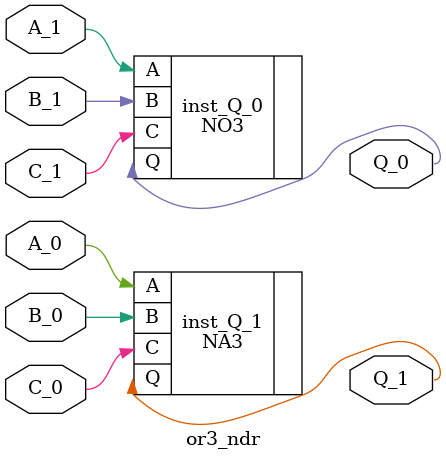
<source format=v>



// Tri-State Buffer with active low enable (12348x)

//module BT1_ndr (A_1, A_0, EN_1, EN_0, Q_1, Q_0);
//  input A_1, A_0;
//  input EN_1, EN_0;
//  output Q_1, Q_0;
//  bufif0 (Q, A, EN);
//endmodule


// 2-Input XNOR (1234x)

module EN1_pdr (A_1, A_0, B_1, B_0, Q_1, Q_0);
  input A_1, A_0;
  input B_1, B_0;
  output Q_1, Q_0;

  OA22 inst_Q_1 (.A(A_1), .B(B_0), .C(A_0), .D(B_1), .Q(Q_1));
  AO22 inst_Q_0 (.A(A_0), .B(B_1), .C(A_1), .D(B_0), .Q(Q_0));
endmodule


module EN1_ndr (A_1, A_0, B_1, B_0, Q_1, Q_0);
  input A_1, A_0;
  input B_1, B_0;
  output Q_1, Q_0;

  AN22 inst_Q_1 (.A(A_0), .B(B_1), .C(A_1), .D(B_0), .Q(Q_1));
  ON22 inst_Q_0 (.A(A_1), .B(B_0), .C(A_0), .D(B_1), .Q(Q_0));
endmodule


module EN12_pdr (A_1, A_0, B_1, B_0, Q_1, Q_0);
  input A_1, A_0;
  input B_1, B_0;
  output Q_1, Q_0;
  wire w_1, w_0;

  EN1_ndr inst_w (.A_1(A_1), .A_0(A_0), .B_1(B_1), .B_0(B_0), .Q_1(w_1), .Q_0(w_0));
  spinv2_ndr inst_Q (.i_1(w_1), .i_0(w_0), .z_1(Q_1), .z_0(Q_0));
endmodule


module EN12_ndr (A_1, A_0, B_1, B_0, Q_1, Q_0);
  input A_1, A_0;
  input B_1, B_0;
  output Q_1, Q_0;
  wire w_1, w_0;

  EN1_pdr inst_w (.A_1(A_1), .A_0(A_0), .B_1(B_1), .B_0(B_0), .Q_1(w_1), .Q_0(w_0));
  spinv2_ndr inst_Q (.i_1(w_1), .i_0(w_0), .z_1(Q_1), .z_0(Q_0));
endmodule


module EN13_pdr (A_1, A_0, B_1, B_0, Q_1, Q_0);
  input A_1, A_0;
  input B_1, B_0;
  output Q_1, Q_0;
  wire w_1, w_0;

  EN1_ndr inst_w (.A_1(A_1), .A_0(A_0), .B_1(B_1), .B_0(B_0), .Q_1(w_1), .Q_0(w_0));
  spinv3_ndr inst_Q (.i_1(w_1), .i_0(w_0), .z_1(Q_1), .z_0(Q_0));
endmodule


module EN13_ndr (A_1, A_0, B_1, B_0, Q_1, Q_0);
  input A_1, A_0;
  input B_1, B_0;
  output Q_1, Q_0;
  wire w_1, w_0;

  EN1_pdr inst_w (.A_1(A_1), .A_0(A_0), .B_1(B_1), .B_0(B_0), .Q_1(w_1), .Q_0(w_0));
  spinv3_ndr inst_Q (.i_1(w_1), .i_0(w_0), .z_1(Q_1), .z_0(Q_0));
endmodule


module EN14_pdr (A_1, A_0, B_1, B_0, Q_1, Q_0);
  input A_1, A_0;
  input B_1, B_0;
  output Q_1, Q_0;
  wire w_1, w_0;

  EN1_ndr inst_w (.A_1(A_1), .A_0(A_0), .B_1(B_1), .B_0(B_0), .Q_1(w_1), .Q_0(w_0));
  spinv4_ndr inst_Q (.i_1(w_1), .i_0(w_0), .z_1(Q_1), .z_0(Q_0));
endmodule


module EN14_ndr (A_1, A_0, B_1, B_0, Q_1, Q_0);
  input A_1, A_0;
  input B_1, B_0;
  output Q_1, Q_0;
  wire w_1, w_0;

  EN1_pdr inst_w (.A_1(A_1), .A_0(A_0), .B_1(B_1), .B_0(B_0), .Q_1(w_1), .Q_0(w_0));
  spinv4_ndr inst_Q (.i_1(w_1), .i_0(w_0), .z_1(Q_1), .z_0(Q_0));
endmodule


// 3-Input XNOR (1234x)

module EN3_pdr (A_1, A_0, B_1, B_0, C_1, C_0, Q_1, Q_0);
  input A_1, A_0;
  input B_1, B_0;
  input C_1, C_0;
  output Q_1, Q_0;
  wire w_1, w_0;
  wire spinv_C_1, spinv_C_0;

  EO1_ndr inst_w (.A_1(A_1), .A_0(A_0), .B_1(B_1), .B_0(B_0), .Q_1(w_1), .Q_0(w_0));
  spinv1_ndr inst_spinv_C (.i_1(C_1), .i_0(C_0), .z_1(spinv_C_1), .z_0(spinv_C_0));
  EN1_ndr inst_Q (.A_1(w_1), .A_0(w_0), .B_1(spinv_C_1), .B_0(spinv_C_0), .Q_1(Q_1), .Q_0(Q_0));
endmodule


module EN3_ndr (A_1, A_0, B_1, B_0, C_1, C_0, Q_1, Q_0);
  input A_1, A_0;
  input B_1, B_0;
  input C_1, C_0;
  output Q_1, Q_0;
  wire w_1, w_0;

  EO1_pdr inst_w (.A_1(A_1), .A_0(A_0), .B_1(B_1), .B_0(B_0), .Q_1(w_1), .Q_0(w_0));
  EN1_ndr inst_Q (.A_1(w_1), .A_0(w_0), .B_1(C_1), .B_0(C_0), .Q_1(Q_1), .Q_0(Q_0));
endmodule


module EN32_pdr (A_1, A_0, B_1, B_0, C_1, C_0, Q_1, Q_0);
  input A_1, A_0;
  input B_1, B_0;
  input C_1, C_0;
  output Q_1, Q_0;
  wire w_1, w_0;
  wire spinv_C_1, spinv_C_0;

  EO1_ndr inst_w (.A_1(A_1), .A_0(A_0), .B_1(B_1), .B_0(B_0), .Q_1(w_1), .Q_0(w_0));
  spinv1_ndr inst_spinv_C (.i_1(C_1), .i_0(C_0), .z_1(spinv_C_1), .z_0(spinv_C_0));
  EN12_ndr inst_Q (.A_1(w_1), .A_0(w_0), .B_1(spinv_C_1), .B_0(spinv_C_0), .Q_1(Q_1), .Q_0(Q_0));
endmodule


module EN32_ndr (A_1, A_0, B_1, B_0, C_1, C_0, Q_1, Q_0);
  input A_1, A_0;
  input B_1, B_0;
  input C_1, C_0;
  output Q_1, Q_0;
  wire w_1, w_0;

  EO1_pdr inst_w (.A_1(A_1), .A_0(A_0), .B_1(B_1), .B_0(B_0), .Q_1(w_1), .Q_0(w_0));
  EN12_ndr inst_Q (.A_1(w_1), .A_0(w_0), .B_1(C_1), .B_0(C_0), .Q_1(Q_1), .Q_0(Q_0));
endmodule


module EN33_pdr (A_1, A_0, B_1, B_0, C_1, C_0, Q_1, Q_0);
  input A_1, A_0;
  input B_1, B_0;
  input C_1, C_0;
  output Q_1, Q_0;
  wire w_1, w_0;
  wire spinv_C_1, spinv_C_0;

  EO1_ndr inst_w (.A_1(A_1), .A_0(A_0), .B_1(B_1), .B_0(B_0), .Q_1(w_1), .Q_0(w_0));
  spinv1_ndr inst_spinv_C (.i_1(C_1), .i_0(C_0), .z_1(spinv_C_1), .z_0(spinv_C_0));
  EN13_ndr inst_Q (.A_1(w_1), .A_0(w_0), .B_1(spinv_C_1), .B_0(spinv_C_0), .Q_1(Q_1), .Q_0(Q_0));
endmodule


module EN33_ndr (A_1, A_0, B_1, B_0, C_1, C_0, Q_1, Q_0);
  input A_1, A_0;
  input B_1, B_0;
  input C_1, C_0;
  output Q_1, Q_0;
  wire w_1, w_0;

  EO1_pdr inst_w (.A_1(A_1), .A_0(A_0), .B_1(B_1), .B_0(B_0), .Q_1(w_1), .Q_0(w_0));
  EN13_ndr inst_Q (.A_1(w_1), .A_0(w_0), .B_1(C_1), .B_0(C_0), .Q_1(Q_1), .Q_0(Q_0));
endmodule


module EN34_pdr (A_1, A_0, B_1, B_0, C_1, C_0, Q_1, Q_0);
  input A_1, A_0;
  input B_1, B_0;
  input C_1, C_0;
  output Q_1, Q_0;
  wire w_1, w_0;
  wire spinv_C_1, spinv_C_0;

  EO1_ndr inst_w (.A_1(A_1), .A_0(A_0), .B_1(B_1), .B_0(B_0), .Q_1(w_1), .Q_0(w_0));
  spinv1_ndr inst_spinv_C (.i_1(C_1), .i_0(C_0), .z_1(spinv_C_1), .z_0(spinv_C_0));
  EN14_ndr inst_Q (.A_1(w_1), .A_0(w_0), .B_1(spinv_C_1), .B_0(spinv_C_0), .Q_1(Q_1), .Q_0(Q_0));
endmodule


module EN34_ndr (A_1, A_0, B_1, B_0, C_1, C_0, Q_1, Q_0);
  input A_1, A_0;
  input B_1, B_0;
  input C_1, C_0;
  output Q_1, Q_0;
  wire w_1, w_0;

  EO1_pdr inst_w (.A_1(A_1), .A_0(A_0), .B_1(B_1), .B_0(B_0), .Q_1(w_1), .Q_0(w_0));
  EN14_ndr inst_Q (.A_1(w_1), .A_0(w_0), .B_1(C_1), .B_0(C_0), .Q_1(Q_1), .Q_0(Q_0));
endmodule


// 2-Input XOR (1234x)

module EO1_pdr (A_1, A_0, B_1, B_0, Q_1, Q_0);
  input A_1, A_0;
  input B_1, B_0;
  output Q_1, Q_0;

  AO22 inst_Q_1 (.A(A_0), .B(B_1), .C(A_1), .D(B_0), .Q(Q_1));
  OA22 inst_Q_0 (.A(A_1), .B(B_0), .C(A_0), .D(B_1), .Q(Q_0));
endmodule


module EO1_ndr (A_1, A_0, B_1, B_0, Q_1, Q_0);
  input A_1, A_0;
  input B_1, B_0;
  output Q_1, Q_0;

  ON22 inst_Q_1 (.A(A_1), .B(B_0), .C(A_0), .D(B_1), .Q(Q_1));
  AN22 inst_Q_0 (.A(A_0), .B(B_1), .C(A_1), .D(B_0), .Q(Q_0));
endmodule


module EO12_pdr (A_1, A_0, B_1, B_0, Q_1, Q_0);
  input A_1, A_0;
  input B_1, B_0;
  output Q_1, Q_0;
  wire w_1, w_0;

  EO1_ndr inst_w (.A_1(A_1), .A_0(A_0), .B_1(B_1), .B_0(B_0), .Q_1(w_1), .Q_0(w_0));
  spinv2_ndr inst_Q (.i_1(w_1), .i_0(w_0), .z_1(Q_1), .z_0(Q_0));
endmodule


module EO12_ndr (A_1, A_0, B_1, B_0, Q_1, Q_0);
  input A_1, A_0;
  input B_1, B_0;
  output Q_1, Q_0;
  wire w_1, w_0;

  EO1_pdr inst_w (.A_1(A_1), .A_0(A_0), .B_1(B_1), .B_0(B_0), .Q_1(w_1), .Q_0(w_0));
  spinv2_ndr inst_Q (.i_1(w_1), .i_0(w_0), .z_1(Q_1), .z_0(Q_0));
endmodule


module EO13_pdr (A_1, A_0, B_1, B_0, Q_1, Q_0);
  input A_1, A_0;
  input B_1, B_0;
  output Q_1, Q_0;
  wire w_1, w_0;

  EO1_ndr inst_w (.A_1(A_1), .A_0(A_0), .B_1(B_1), .B_0(B_0), .Q_1(w_1), .Q_0(w_0));
  spinv3_ndr inst_Q (.i_1(w_1), .i_0(w_0), .z_1(Q_1), .z_0(Q_0));
endmodule


module EO13_ndr (A_1, A_0, B_1, B_0, Q_1, Q_0);
  input A_1, A_0;
  input B_1, B_0;
  output Q_1, Q_0;
  wire w_1, w_0;

  EO1_pdr inst_w (.A_1(A_1), .A_0(A_0), .B_1(B_1), .B_0(B_0), .Q_1(w_1), .Q_0(w_0));
  spinv3_ndr inst_Q (.i_1(w_1), .i_0(w_0), .z_1(Q_1), .z_0(Q_0));
endmodule


module EO14_pdr (A_1, A_0, B_1, B_0, Q_1, Q_0);
  input A_1, A_0;
  input B_1, B_0;
  output Q_1, Q_0;
  wire w_1, w_0;

  EO1_ndr inst_w (.A_1(A_1), .A_0(A_0), .B_1(B_1), .B_0(B_0), .Q_1(w_1), .Q_0(w_0));
  spinv4_ndr inst_Q (.i_1(w_1), .i_0(w_0), .z_1(Q_1), .z_0(Q_0));
endmodule


module EO14_ndr (A_1, A_0, B_1, B_0, Q_1, Q_0);
  input A_1, A_0;
  input B_1, B_0;
  output Q_1, Q_0;
  wire w_1, w_0;

  EO1_pdr inst_w (.A_1(A_1), .A_0(A_0), .B_1(B_1), .B_0(B_0), .Q_1(w_1), .Q_0(w_0));
  spinv4_ndr inst_Q (.i_1(w_1), .i_0(w_0), .z_1(Q_1), .z_0(Q_0));
endmodule


// 3-Input XOR (1234x)

module EO3_pdr (A_1, A_0, B_1, B_0, C_1, C_0, Q_1, Q_0);
  input A_1, A_0;
  input B_1, B_0;
  input C_1, C_0;
  output Q_1, Q_0;
  wire w_1, w_0;
  wire spinv_C_1, spinv_C_0;

  EO1_ndr inst_w (.A_1(A_1), .A_0(A_0), .B_1(B_1), .B_0(B_0), .Q_1(w_1), .Q_0(w_0));
  spinv1_ndr inst_spinv_C (.i_1(C_1), .i_0(C_0), .z_1(spinv_C_1), .z_0(spinv_C_0));
  EO1_ndr inst_Q (.A_1(w_1), .A_0(w_0), .B_1(spinv_C_1), .B_0(spinv_C_0), .Q_1(Q_1), .Q_0(Q_0));
endmodule


module EO3_ndr (A_1, A_0, B_1, B_0, C_1, C_0, Q_1, Q_0);
  input A_1, A_0;
  input B_1, B_0;
  input C_1, C_0;
  output Q_1, Q_0;
  wire w_1, w_0;

  EO1_pdr inst_w (.A_1(A_1), .A_0(A_0), .B_1(B_1), .B_0(B_0), .Q_1(w_1), .Q_0(w_0));
  EO1_ndr inst_Q (.A_1(w_1), .A_0(w_0), .B_1(C_1), .B_0(C_0), .Q_1(Q_1), .Q_0(Q_0));
endmodule


module EO32_pdr (A_1, A_0, B_1, B_0, C_1, C_0, Q_1, Q_0);
  input A_1, A_0;
  input B_1, B_0;
  input C_1, C_0;
  output Q_1, Q_0;
  wire w_1, w_0;
  wire spinv_C_1, spinv_C_0;

  EO1_ndr inst_w (.A_1(A_1), .A_0(A_0), .B_1(B_1), .B_0(B_0), .Q_1(w_1), .Q_0(w_0));
  spinv1_ndr inst_spinv_C (.i_1(C_1), .i_0(C_0), .z_1(spinv_C_1), .z_0(spinv_C_0));
  EO12_ndr inst_Q (.A_1(w_1), .A_0(w_0), .B_1(spinv_C_1), .B_0(spinv_C_0), .Q_1(Q_1), .Q_0(Q_0));
endmodule


module EO32_ndr (A_1, A_0, B_1, B_0, C_1, C_0, Q_1, Q_0);
  input A_1, A_0;
  input B_1, B_0;
  input C_1, C_0;
  output Q_1, Q_0;
  wire w_1, w_0;

  EO1_pdr inst_w (.A_1(A_1), .A_0(A_0), .B_1(B_1), .B_0(B_0), .Q_1(w_1), .Q_0(w_0));
  EO12_ndr inst_Q (.A_1(w_1), .A_0(w_0), .B_1(C_1), .B_0(C_0), .Q_1(Q_1), .Q_0(Q_0));
endmodule


module EO33_pdr (A_1, A_0, B_1, B_0, C_1, C_0, Q_1, Q_0);
  input A_1, A_0;
  input B_1, B_0;
  input C_1, C_0;
  output Q_1, Q_0;
  wire w_1, w_0;
  wire spinv_C_1, spinv_C_0;

  EO1_ndr inst_w (.A_1(A_1), .A_0(A_0), .B_1(B_1), .B_0(B_0), .Q_1(w_1), .Q_0(w_0));
  spinv1_ndr inst_spinv_C (.i_1(C_1), .i_0(C_0), .z_1(spinv_C_1), .z_0(spinv_C_0));
  EO13_ndr inst_Q (.A_1(w_1), .A_0(w_0), .B_1(spinv_C_1), .B_0(spinv_C_0), .Q_1(Q_1), .Q_0(Q_0));
endmodule


module EO33_ndr (A_1, A_0, B_1, B_0, C_1, C_0, Q_1, Q_0);
  input A_1, A_0;
  input B_1, B_0;
  input C_1, C_0;
  output Q_1, Q_0;
  wire w_1, w_0;

  EO1_pdr inst_w (.A_1(A_1), .A_0(A_0), .B_1(B_1), .B_0(B_0), .Q_1(w_1), .Q_0(w_0));
  EO13_ndr inst_Q (.A_1(w_1), .A_0(w_0), .B_1(C_1), .B_0(C_0), .Q_1(Q_1), .Q_0(Q_0));
endmodule


module EO34_pdr (A_1, A_0, B_1, B_0, C_1, C_0, Q_1, Q_0);
  input A_1, A_0;
  input B_1, B_0;
  input C_1, C_0;
  output Q_1, Q_0;
  wire w_1, w_0;
  wire spinv_C_1, spinv_C_0;

  EO1_ndr inst_w (.A_1(A_1), .A_0(A_0), .B_1(B_1), .B_0(B_0), .Q_1(w_1), .Q_0(w_0));
  spinv1_ndr inst_spinv_C (.i_1(C_1), .i_0(C_0), .z_1(spinv_C_1), .z_0(spinv_C_0));
  EO14_ndr inst_Q (.A_1(w_1), .A_0(w_0), .B_1(spinv_C_1), .B_0(spinv_C_0), .Q_1(Q_1), .Q_0(Q_0));
endmodule


module EO34_ndr (A_1, A_0, B_1, B_0, C_1, C_0, Q_1, Q_0);
  input A_1, A_0;
  input B_1, B_0;
  input C_1, C_0;
  output Q_1, Q_0;
  wire w_1, w_0;

  EO1_pdr inst_w (.A_1(A_1), .A_0(A_0), .B_1(B_1), .B_0(B_0), .Q_1(w_1), .Q_0(w_0));
  EO14_ndr inst_Q (.A_1(w_1), .A_0(w_0), .B_1(C_1), .B_0(C_0), .Q_1(Q_1), .Q_0(Q_0));
endmodule


// Full-Adder (1234x)

module FA1_pdr (A_1, A_0, B_1, B_0, CI_1, CI_0, CO_1, CO_0, S_1, S_0);
  input A_1, A_0;
  input B_1, B_0;
  input CI_1, CI_0;
  output CO_1, CO_0;
  output S_1, S_0;
  wire net_1_1, net_1_0;
  wire net_2_1, net_2_0;
  wire net_3_1, net_3_0;

  and_ndr inst_net_1 (.A_1(B_1), .A_0(B_0), .B_1(CI_1), .B_0(CI_0), .Q_1(net_1_1), .Q_0(net_1_0));
  and_ndr inst_net_2 (.A_1(A_1), .A_0(A_0), .B_1(CI_1), .B_0(CI_0), .Q_1(net_2_1), .Q_0(net_2_0));
  and_ndr inst_net_3 (.A_1(A_1), .A_0(A_0), .B_1(B_1), .B_0(B_0), .Q_1(net_3_1), .Q_0(net_3_0));
  or3_ndr inst_CO (.A_1(net_1_1), .A_0(net_1_0), .B_1(net_2_1), .B_0(net_2_0), .C_1(net_3_1), .C_0(net_3_0), .Q_1(CO_1), .Q_0(CO_0));
  EO3_pdr inst_S  (.A_1(A_1), .A_0(A_0), .B_1(B_1), .B_0(B_0), .C_1(CI_1), .C_0(CI_0), .Q_1(S_1), .Q_0(S_0));
endmodule


module FA12_pdr (A_1, A_0, B_1, B_0, CI_1, CI_0, CO_1, CO_0, S_1, S_0);
  input A_1, A_0;
  input B_1, B_0;
  input CI_1, CI_0;
  output CO_1, CO_0;
  output S_1, S_0;
  wire net_1_1, net_1_0;
  wire net_2_1, net_2_0;
  wire net_3_1, net_3_0;

  and_ndr inst_net_1 (.A_1(B_1), .A_0(B_0), .B_1(CI_1), .B_0(CI_0), .Q_1(net_1_1), .Q_0(net_1_0));
  and_ndr inst_net_2 (.A_1(A_1), .A_0(A_0), .B_1(CI_1), .B_0(CI_0), .Q_1(net_2_1), .Q_0(net_2_0));
  and_ndr inst_net_3 (.A_1(A_1), .A_0(A_0), .B_1(B_1), .B_0(B_0), .Q_1(net_3_1), .Q_0(net_3_0));
  or3_ndr inst_CO (.A_1(net_1_1), .A_0(net_1_0), .B_1(net_2_1), .B_0(net_2_0), .C_1(net_3_1), .C_0(net_3_0), .Q_1(CO_1), .Q_0(CO_0));
  EO32_pdr inst_S  (.A_1(A_1), .A_0(A_0), .B_1(B_1), .B_0(B_0), .C_1(CI_1), .C_0(CI_0), .Q_1(S_1), .Q_0(S_0));
endmodule


module FA13_pdr (A_1, A_0, B_1, B_0, CI_1, CI_0, CO_1, CO_0, S_1, S_0);
  input A_1, A_0;
  input B_1, B_0;
  input CI_1, CI_0;
  output CO_1, CO_0;
  output S_1, S_0;
  wire net_1_1, net_1_0;
  wire net_2_1, net_2_0;
  wire net_3_1, net_3_0;

  and_ndr inst_net_1 (.A_1(B_1), .A_0(B_0), .B_1(CI_1), .B_0(CI_0), .Q_1(net_1_1), .Q_0(net_1_0));
  and_ndr inst_net_2 (.A_1(A_1), .A_0(A_0), .B_1(CI_1), .B_0(CI_0), .Q_1(net_2_1), .Q_0(net_2_0));
  and_ndr inst_net_3 (.A_1(A_1), .A_0(A_0), .B_1(B_1), .B_0(B_0), .Q_1(net_3_1), .Q_0(net_3_0));
  or3_ndr inst_CO (.A_1(net_1_1), .A_0(net_1_0), .B_1(net_2_1), .B_0(net_2_0), .C_1(net_3_1), .C_0(net_3_0), .Q_1(CO_1), .Q_0(CO_0));
  EO33_pdr inst_S  (.A_1(A_1), .A_0(A_0), .B_1(B_1), .B_0(B_0), .C_1(CI_1), .C_0(CI_0), .Q_1(S_1), .Q_0(S_0));
endmodule


module FA14_pdr (A_1, A_0, B_1, B_0, CI_1, CI_0, CO_1, CO_0, S_1, S_0);
  input A_1, A_0;
  input B_1, B_0;
  input CI_1, CI_0;
  output CO_1, CO_0;
  output S_1, S_0;
  wire net_1_1, net_1_0;
  wire net_2_1, net_2_0;
  wire net_3_1, net_3_0;

  and_ndr inst_net_1 (.A_1(B_1), .A_0(B_0), .B_1(CI_1), .B_0(CI_0), .Q_1(net_1_1), .Q_0(net_1_0));
  and_ndr inst_net_2 (.A_1(A_1), .A_0(A_0), .B_1(CI_1), .B_0(CI_0), .Q_1(net_2_1), .Q_0(net_2_0));
  and_ndr inst_net_3 (.A_1(A_1), .A_0(A_0), .B_1(B_1), .B_0(B_0), .Q_1(net_3_1), .Q_0(net_3_0));
  or3_ndr inst_CO (.A_1(net_1_1), .A_0(net_1_0), .B_1(net_2_1), .B_0(net_2_0), .C_1(net_3_1), .C_0(net_3_0), .Q_1(CO_1), .Q_0(CO_0));
  EO34_pdr inst_S  (.A_1(A_1), .A_0(A_0), .B_1(B_1), .B_0(B_0), .C_1(CI_1), .C_0(CI_0), .Q_1(S_1), .Q_0(S_0));
endmodule


// Half-Adder (1234x)

module HA1_pdr (A_1, A_0, B_1, B_0, CO_1, CO_0, S_1, S_0);
  input A_1, A_0;
  input B_1, B_0;
  output CO_1, CO_0;
  output S_1, S_0;

  and_pdr inst_C0 (.A_1(A_1), .A_0(A_0), .B_1(B_1), .B_0(B_0), .Q_1(C0_1), .Q_0(C0_0));
  EO1_pdr inst_S (.A_1(A_1), .A_0(A_0), .B_1(B_1), .B_0(B_0), .Q_1(S_1), .Q_0(S_0));
endmodule


module HA1_ndr (A_1, A_0, B_1, B_0, CO_1, CO_0, S_1, S_0);
  input A_1, A_0;
  input B_1, B_0;
  output CO_1, CO_0;
  output S_1, S_0;

  and_ndr inst_C0 (.A_1(A_1), .A_0(A_0), .B_1(B_1), .B_0(B_0), .Q_1(C0_1), .Q_0(C0_0));
  EO1_ndr inst_S (.A_1(A_1), .A_0(A_0), .B_1(B_1), .B_0(B_0), .Q_1(S_1), .Q_0(S_0));
endmodule


module HA12_pdr (A_1, A_0, B_1, B_0, CO_1, CO_0, S_1, S_0);
  input A_1, A_0;
  input B_1, B_0;
  output CO_1, CO_0;
  output S_1, S_0;

  and_pdr inst_C0 (.A_1(A_1), .A_0(A_0), .B_1(B_1), .B_0(B_0), .Q_1(C0_1), .Q_0(C0_0));
  EO12_pdr inst_S (.A_1(A_1), .A_0(A_0), .B_1(B_1), .B_0(B_0), .Q_1(S_1), .Q_0(S_0));
endmodule


module HA12_ndr (A_1, A_0, B_1, B_0, CO_1, CO_0, S_1, S_0);
  input A_1, A_0;
  input B_1, B_0;
  output CO_1, CO_0;
  output S_1, S_0;

  and_ndr inst_C0 (.A_1(A_1), .A_0(A_0), .B_1(B_1), .B_0(B_0), .Q_1(C0_1), .Q_0(C0_0));  
  EO12_ndr inst_S (.A_1(A_1), .A_0(A_0), .B_1(B_1), .B_0(B_0), .Q_1(S_1), .Q_0(S_0));
endmodule


module HA13_pdr (A_1, A_0, B_1, B_0, CO_1, CO_0, S_1, S_0);
  input A_1, A_0;
  input B_1, B_0;
  output CO_1, CO_0;
  output S_1, S_0;

  and_pdr inst_C0 (.A_1(A_1), .A_0(A_0), .B_1(B_1), .B_0(B_0), .Q_1(C0_1), .Q_0(C0_0));
  EO13_pdr inst_S (.A_1(A_1), .A_0(A_0), .B_1(B_1), .B_0(B_0), .Q_1(S_1), .Q_0(S_0));
endmodule


module HA13_ndr (A_1, A_0, B_1, B_0, CO_1, CO_0, S_1, S_0);
  input A_1, A_0;
  input B_1, B_0;
  output CO_1, CO_0;
  output S_1, S_0;

  and_ndr inst_C0 (.A_1(A_1), .A_0(A_0), .B_1(B_1), .B_0(B_0), .Q_1(C0_1), .Q_0(C0_0));  
  EO13_ndr inst_S (.A_1(A_1), .A_0(A_0), .B_1(B_1), .B_0(B_0), .Q_1(S_1), .Q_0(S_0));
endmodule


module HA14_pdr (A_1, A_0, B_1, B_0, CO_1, CO_0, S_1, S_0);
  input A_1, A_0;
  input B_1, B_0;
  output CO_1, CO_0;
  output S_1, S_0;

  and_pdr inst_C0 (.A_1(A_1), .A_0(A_0), .B_1(B_1), .B_0(B_0), .Q_1(C0_1), .Q_0(C0_0));
  EO14_pdr inst_S (.A_1(A_1), .A_0(A_0), .B_1(B_1), .B_0(B_0), .Q_1(S_1), .Q_0(S_0));
endmodule


module HA14_ndr (A_1, A_0, B_1, B_0, CO_1, CO_0, S_1, S_0);
  input A_1, A_0;
  input B_1, B_0;
  output CO_1, CO_0;
  output S_1, S_0;

  and_ndr inst_C0 (.A_1(A_1), .A_0(A_0), .B_1(B_1), .B_0(B_0), .Q_1(C0_1), .Q_0(C0_0));  
  EO14_ndr inst_S (.A_1(A_1), .A_0(A_0), .B_1(B_1), .B_0(B_0), .Q_1(S_1), .Q_0(S_0));
endmodule


// 2:1 Inverting Multiplexer (124x)

module IMU2_pdr (I0_1, I0_0, I1_1, I1_0, Q_1, Q_0, S_1, S_0);
  input I0_1, I0_0;
  input I1_1, I1_0;
  output Q_1, Q_0;
  input S_1, S_0;

  OA22 inst_Q_1 (.A(I0_0), .B(S_1), .C(I1_0), .D(S_0), .Q(Q_1));
  AO22 inst_Q_0 (.A(I0_1), .B(S_0), .C(I1_1), .D(S_1), .Q(Q_0));
endmodule


module IMU2_ndr (I0_1, I0_0, I1_1, I1_0, Q_1, Q_0, S_1, S_0);
  input I0_1, I0_0;
  input I1_1, I1_0;
  output Q_1, Q_0;
  input S_1, S_0;

  AN22 inst_Q_1 (.A(I0_1), .B(S_0), .C(I1_1), .D(S_1), .Q(Q_1));
  ON22 inst_Q_0 (.A(I0_0), .B(S_1), .C(I1_0), .D(S_0), .Q(Q_0));
endmodule


module IMU22_pdr (I0_1, I0_0, I1_1, I1_0, Q_1, Q_0, S_1, S_0);
  input I0_1, I0_0;
  input I1_1, I1_0;
  output Q_1, Q_0;
  input S_1, S_0;
  wire w_1, w_0;

  IMU2_ndr inst_w (.I0_1(I0_1), .I0_0(I0_0), .I1_1(I1_1), .I1_0(I1_0), .Q_1(w_1), .Q_0(w_0), .S_1(S_1), .S_0(S_0));
  spinv2_ndr inst_Q (.i_1(w_1), .i_0(w_0), .z_1(Q_1), .z_0(Q_0));
endmodule


module IMU22_ndr (I0_1, I0_0, I1_1, I1_0, Q_1, Q_0, S_1, S_0);
  input I0_1, I0_0;
  input I1_1, I1_0;
  output Q_1, Q_0;
  input S_1, S_0;
  wire w_1, w_0;

  IMU2_pdr inst_w (.I0_1(I0_1), .I0_0(I0_0), .I1_1(I1_1), .I1_0(I1_0), .Q_1(w_1), .Q_0(w_0), .S_1(S_1), .S_0(S_0));
  spinv2_ndr inst_Q (.i_1(w_1), .i_0(w_0), .z_1(Q_1), .z_0(Q_0));
endmodule


module IMU24_pdr (I0_1, I0_0, I1_1, I1_0, Q_1, Q_0, S_1, S_0);
  input I0_1, I0_0;
  input I1_1, I1_0;
  output Q_1, Q_0;
  input S_1, S_0;
  wire w_1, w_0;

  IMU2_ndr inst_w (.I0_1(I0_1), .I0_0(I0_0), .I1_1(I1_1), .I1_0(I1_0), .Q_1(w_1), .Q_0(w_0), .S_1(S_1), .S_0(S_0));
  spinv4_ndr inst_Q (.i_1(w_1), .i_0(w_0), .z_1(Q_1), .z_0(Q_0));
endmodule


module IMU24_ndr (I0_1, I0_0, I1_1, I1_0, Q_1, Q_0, S_1, S_0);
  input I0_1, I0_0;
  input I1_1, I1_0;
  output Q_1, Q_0;
  input S_1, S_0;
  wire w_1, w_0;

  IMU2_pdr inst_w (.I0_1(I0_1), .I0_0(I0_0), .I1_1(I1_1), .I1_0(I1_0), .Q_1(w_1), .Q_0(w_0), .S_1(S_1), .S_0(S_0));
  spinv4_ndr inst_Q (.i_1(w_1), .i_0(w_0), .z_1(Q_1), .z_0(Q_0));
endmodule


// 4:1 Inverting Multiplexer (124x)

module IMU4_pdr (I0_1, I0_0, I1_1, I1_0, I2_1, I2_0, I3_1, I3_0, Q_1, Q_0, S0_1, S0_0, S1_1, S1_0);
  input I0_1, I0_0;
  input I1_1, I1_0;
  input I2_1, I2_0;
  input I3_1, I3_0;
  output Q_1, Q_0;
  input S0_1, S0_0;
  input S1_1, S1_0;
  wire II0_1, II0_0;
  wire II1_1, II1_0;
  wire spinv_S1_1, spinv_S1_0;
  
  MU2_ndr inst_II0 (.I0_1(I0_1), .I0_0(I0_0), .I1_1(I1_1), .I1_0(I1_0), .S_1(S0_1), .S_0(S0_0), .Q_1(II0_1), .Q_0(II0_0));
  MU2_ndr inst_II1 (.I0_1(I2_1), .I0_0(I2_0), .I1_1(I3_1), .I1_0(I3_0), .S_1(S0_1), .S_0(S0_0), .Q_1(II1_1), .Q_0(II1_0));

  spinv_ndr inst_spinv_S1 (.i_1(S1_1), .i_0(S1_0), .z_1(spinv_S1_1), .z_0(spinv_S1_0));
  IMU2_ndr inst_Q (.I0_1(II0_1), .I0_0(II0_0), .I1_1(II1_1), .I1_0(II1_0), .S_1(spinv_S1_1), .S_0(spinv_S1_0), .Q_1(Q_1), .Q_0(Q_0));
endmodule


module IMU4_ndr (I0_1, I0_0, I1_1, I1_0, I2_1, I2_0, I3_1, I3_0, Q_1, Q_0, S0_1, S0_0, S1_1, S1_0);
  input I0_1, I0_0;
  input I1_1, I1_0;
  input I2_1, I2_0;
  input I3_1, I3_0;
  output Q_1, Q_0;
  input S0_1, S0_0;
  input S1_1, S1_0;
  wire II0_1, II0_0;
  wire II1_1, II1_0;
  wire spinv_S1_1, spinv_S1_0;
  
  MU2_ndr inst_II0 (.I0_1(I0_1), .I0_0(I0_0), .I1_1(I1_1), .I1_0(I1_0), .S_1(S0_1), .S_0(S0_0), .Q_1(II0_1), .Q_0(II0_0));
  MU2_ndr inst_II1 (.I0_1(I2_1), .I0_0(I2_0), .I1_1(I3_1), .I1_0(I3_0), .S_1(S0_1), .S_0(S0_0), .Q_1(II1_1), .Q_0(II1_0));

  spinv_ndr inst_spinv_S1 (.i_1(S1_1), .i_0(S1_0), .z_1(spinv_S1_1), .z_0(spinv_S1_0));
  IMU2_pdr inst_Q (.I0_1(II0_1), .I0_0(II0_0), .I1_1(II1_1), .I1_0(II1_0), .S_1(spinv_S1_1), .S_0(spinv_S1_0), .Q_1(Q_1), .Q_0(Q_0));
endmodule


module IMU42_pdr (I0_1, I0_0, I1_1, I1_0, I2_1, I2_0, I3_1, I3_0, Q_1, Q_0, S0_1, S0_0, S1_1, S1_0);
  input I0_1, I0_0;
  input I1_1, I1_0;
  input I2_1, I2_0;
  input I3_1, I3_0;
  output Q_1, Q_0;
  input S0_1, S0_0;
  input S1_1, S1_0;
  wire II0_1, II0_0;
  wire II1_1, II1_0;
  wire spinv_S1_1, spinv_S1_0;
  
  MU2_ndr inst_II0 (.I0_1(I0_1), .I0_0(I0_0), .I1_1(I1_1), .I1_0(I1_0), .S_1(S0_1), .S_0(S0_0), .Q_1(II0_1), .Q_0(II0_0));
  MU2_ndr inst_II1 (.I0_1(I2_1), .I0_0(I2_0), .I1_1(I3_1), .I1_0(I3_0), .S_1(S0_1), .S_0(S0_0), .Q_1(II1_1), .Q_0(II1_0));

  spinv_ndr inst_spinv_S1 (.i_1(S1_1), .i_0(S1_0), .z_1(spinv_S1_1), .z_0(spinv_S1_0));
  IMU22_ndr inst_Q (.I0_1(II0_1), .I0_0(II0_0), .I1_1(II1_1), .I1_0(II1_0), .S_1(spinv_S1_1), .S_0(spinv_S1_0), .Q_1(Q_1), .Q_0(Q_0));
endmodule


module IMU42_ndr (I0_1, I0_0, I1_1, I1_0, I2_1, I2_0, I3_1, I3_0, Q_1, Q_0, S0_1, S0_0, S1_1, S1_0);
  input I0_1, I0_0;
  input I1_1, I1_0;
  input I2_1, I2_0;
  input I3_1, I3_0;
  output Q_1, Q_0;
  input S0_1, S0_0;
  input S1_1, S1_0;
  wire II0_1, II0_0;
  wire II1_1, II1_0;
  wire spinv_S1_1, spinv_S1_0;
  
  MU2_ndr inst_II0 (.I0_1(I0_1), .I0_0(I0_0), .I1_1(I1_1), .I1_0(I1_0), .S_1(S0_1), .S_0(S0_0), .Q_1(II0_1), .Q_0(II0_0));
  MU2_ndr inst_II1 (.I0_1(I2_1), .I0_0(I2_0), .I1_1(I3_1), .I1_0(I3_0), .S_1(S0_1), .S_0(S0_0), .Q_1(II1_1), .Q_0(II1_0));

  spinv_ndr inst_spinv_S1 (.i_1(S1_1), .i_0(S1_0), .z_1(spinv_S1_1), .z_0(spinv_S1_0));
  IMU22_pdr inst_Q (.I0_1(II0_1), .I0_0(II0_0), .I1_1(II1_1), .I1_0(II1_0), .S_1(spinv_S1_1), .S_0(spinv_S1_0), .Q_1(Q_1), .Q_0(Q_0));
endmodule


module IMU44_pdr (I0_1, I0_0, I1_1, I1_0, I2_1, I2_0, I3_1, I3_0, Q_1, Q_0, S0_1, S0_0, S1_1, S1_0);
  input I0_1, I0_0;
  input I1_1, I1_0;
  input I2_1, I2_0;
  input I3_1, I3_0;
  output Q_1, Q_0;
  input S0_1, S0_0;
  input S1_1, S1_0;
  wire II0_1, II0_0;
  wire II1_1, II1_0;
  wire spinv_S1_1, spinv_S1_0;
  
  MU2_ndr inst_II0 (.I0_1(I0_1), .I0_0(I0_0), .I1_1(I1_1), .I1_0(I1_0), .S_1(S0_1), .S_0(S0_0), .Q_1(II0_1), .Q_0(II0_0));
  MU2_ndr inst_II1 (.I0_1(I2_1), .I0_0(I2_0), .I1_1(I3_1), .I1_0(I3_0), .S_1(S0_1), .S_0(S0_0), .Q_1(II1_1), .Q_0(II1_0));

  spinv_ndr inst_spinv_S1 (.i_1(S1_1), .i_0(S1_0), .z_1(spinv_S1_1), .z_0(spinv_S1_0));
  IMU24_ndr inst_Q (.I0_1(II0_1), .I0_0(II0_0), .I1_1(II1_1), .I1_0(II1_0), .S_1(spinv_S1_1), .S_0(spinv_S1_0), .Q_1(Q_1), .Q_0(Q_0));
endmodule


module IMU44_ndr (I0_1, I0_0, I1_1, I1_0, I2_1, I2_0, I3_1, I3_0, Q_1, Q_0, S0_1, S0_0, S1_1, S1_0);
  input I0_1, I0_0;
  input I1_1, I1_0;
  input I2_1, I2_0;
  input I3_1, I3_0;
  output Q_1, Q_0;
  input S0_1, S0_0;
  input S1_1, S1_0;
  wire II0_1, II0_0;
  wire II1_1, II1_0;
  wire spinv_S1_1, spinv_S1_0;
  
  MU2_ndr inst_II0 (.I0_1(I0_1), .I0_0(I0_0), .I1_1(I1_1), .I1_0(I1_0), .S_1(S0_1), .S_0(S0_0), .Q_1(II0_1), .Q_0(II0_0));
  MU2_ndr inst_II1 (.I0_1(I2_1), .I0_0(I2_0), .I1_1(I3_1), .I1_0(I3_0), .S_1(S0_1), .S_0(S0_0), .Q_1(II1_1), .Q_0(II1_0));

  spinv_ndr inst_spinv_S1 (.i_1(S1_1), .i_0(S1_0), .z_1(spinv_S1_1), .z_0(spinv_S1_0));
  IMU24_pdr inst_Q (.I0_1(II0_1), .I0_0(II0_0), .I1_1(II1_1), .I1_0(II1_0), .S_1(spinv_S1_1), .S_0(spinv_S1_0), .Q_1(Q_1), .Q_0(Q_0));
endmodule


// 8:1 Inverting Multiplexer (124x)

module IMU8_pdr (I0_1, I0_0, I1_1, I1_0, I2_1, I2_0, I3_1, I3_0, I4_1, I4_0, I5_1, I5_0, I6_1, I6_0, I7_1, I7_0, Q_1, Q_0, S0_1, S0_0, S1_1, S1_0, S2_1, S2_0);
  input I0_1, I0_0;
  input I1_1, I1_0;
  input I2_1, I2_0;
  input I3_1, I3_0;
  input I4_1, I4_0;
  input I5_1, I5_0;
  input I6_1, I6_0;
  input I7_1, I7_0;
  output Q_1, Q_0;
  input S0_1, S0_0;
  input S1_1, S1_0;
  input S2_1, S2_0;
  wire II0_1, II0_0;
  wire II1_1, II1_0;
  wire II2_1, II2_0;
  wire II3_1, II3_0;
  wire III0_1, III0_0;
  wire III1_1, III1_0;
  wire spinv_S1_1, spinv_S1_0;
  
  MU2_ndr inst_II0 (.I0_1(I0_1), .I0_0(I0_0), .I1_1(I1_1), .I1_0(I1_0), .S_1(S0_1), .S_0(S0_0), .Q_1(II0_1), .Q_0(II0_0));
  MU2_ndr inst_II1 (.I0_1(I2_1), .I0_0(I2_0), .I1_1(I3_1), .I1_0(I3_0), .S_1(S0_1), .S_0(S0_0), .Q_1(II1_1), .Q_0(II1_0));
  MU2_ndr inst_II2 (.I0_1(I4_1), .I0_0(I4_0), .I1_1(I5_1), .I1_0(I5_0), .S_1(S0_1), .S_0(S0_0), .Q_1(II2_1), .Q_0(II2_0));
  MU2_ndr inst_II3 (.I0_1(I6_1), .I0_0(I6_0), .I1_1(I7_1), .I1_0(I7_0), .S_1(S0_1), .S_0(S0_0), .Q_1(II3_1), .Q_0(II3_0));

  spinv_ndr inst_spinv_S1 (.i_1(S1_1), .i_0(S1_0), .z_1(spinv_S1_1), .z_0(spinv_S1_0));
  MU2_ndr inst_III0 (.I0_1(II0_1), .I0_0(II0_0), .I1_1(II1_1), .I1_0(II1_0), .S_1(spinv_S1_1), .S_0(spinv_S1_0), .Q_1(III0_1), .Q_0(III0_0));
  MU2_ndr inst_III1 (.I0_1(II2_1), .I0_0(II2_0), .I1_1(II3_1), .I1_0(II3_0), .S_1(spinv_S1_1), .S_0(spinv_S1_0), .Q_1(III1_1), .Q_0(III1_0));
  IMU2_pdr inst_Q (.I0_1(III0_1), .I0_0(III0_0), .I1_1(III1_1), .I1_0(III1_0), .S_1(S2_1), .S_0(S2_0), .Q_1(Q_1), .Q_0(Q_0));
endmodule


module IMU8_ndr (I0_1, I0_0, I1_1, I1_0, I2_1, I2_0, I3_1, I3_0, I4_1, I4_0, I5_1, I5_0, I6_1, I6_0, I7_1, I7_0, Q_1, Q_0, S0_1, S0_0, S1_1, S1_0, S2_1, S2_0);
  input I0_1, I0_0;
  input I1_1, I1_0;
  input I2_1, I2_0;
  input I3_1, I3_0;
  input I4_1, I4_0;
  input I5_1, I5_0;
  input I6_1, I6_0;
  input I7_1, I7_0;
  output Q_1, Q_0;
  input S0_1, S0_0;
  input S1_1, S1_0;
  input S2_1, S2_0;
  wire II0_1, II0_0;
  wire II1_1, II1_0;
  wire II2_1, II2_0;
  wire II3_1, II3_0;
  wire III0_1, III0_0;
  wire III1_1, III1_0;
  wire spinv_S1_1, spinv_S1_0;
  
  MU2_ndr inst_II0 (.I0_1(I0_1), .I0_0(I0_0), .I1_1(I1_1), .I1_0(I1_0), .S_1(S0_1), .S_0(S0_0), .Q_1(II0_1), .Q_0(II0_0));
  MU2_ndr inst_II1 (.I0_1(I2_1), .I0_0(I2_0), .I1_1(I3_1), .I1_0(I3_0), .S_1(S0_1), .S_0(S0_0), .Q_1(II1_1), .Q_0(II1_0));
  MU2_ndr inst_II2 (.I0_1(I4_1), .I0_0(I4_0), .I1_1(I5_1), .I1_0(I5_0), .S_1(S0_1), .S_0(S0_0), .Q_1(II2_1), .Q_0(II2_0));
  MU2_ndr inst_II3 (.I0_1(I6_1), .I0_0(I6_0), .I1_1(I7_1), .I1_0(I7_0), .S_1(S0_1), .S_0(S0_0), .Q_1(II3_1), .Q_0(II3_0));

  spinv_ndr inst_spinv_S1 (.i_1(S1_1), .i_0(S1_0), .z_1(spinv_S1_1), .z_0(spinv_S1_0));
  MU2_ndr inst_III0 (.I0_1(II0_1), .I0_0(II0_0), .I1_1(II1_1), .I1_0(II1_0), .S_1(spinv_S1_1), .S_0(spinv_S1_0), .Q_1(III0_1), .Q_0(III0_0));
  MU2_ndr inst_III1 (.I0_1(II2_1), .I0_0(II2_0), .I1_1(II3_1), .I1_0(II3_0), .S_1(spinv_S1_1), .S_0(spinv_S1_0), .Q_1(III1_1), .Q_0(III1_0));
  IMU2_ndr inst_Q (.I0_1(III0_1), .I0_0(III0_0), .I1_1(III1_1), .I1_0(III1_0), .S_1(S2_1), .S_0(S2_0), .Q_1(Q_1), .Q_0(Q_0));
endmodule


module IMU82_pdr (I0_1, I0_0, I1_1, I1_0, I2_1, I2_0, I3_1, I3_0, I4_1, I4_0, I5_1, I5_0, I6_1, I6_0, I7_1, I7_0, Q_1, Q_0, S0_1, S0_0, S1_1, S1_0, S2_1, S2_0);
  input I0_1, I0_0;
  input I1_1, I1_0;
  input I2_1, I2_0;
  input I3_1, I3_0;
  input I4_1, I4_0;
  input I5_1, I5_0;
  input I6_1, I6_0;
  input I7_1, I7_0;
  output Q_1, Q_0;
  input S0_1, S0_0;
  input S1_1, S1_0;
  input S2_1, S2_0;
  wire II0_1, II0_0;
  wire II1_1, II1_0;
  wire II2_1, II2_0;
  wire II3_1, II3_0;
  wire III0_1, III0_0;
  wire III1_1, III1_0;
  wire spinv_S1_1, spinv_S1_0;
  
  MU2_ndr inst_II0 (.I0_1(I0_1), .I0_0(I0_0), .I1_1(I1_1), .I1_0(I1_0), .S_1(S0_1), .S_0(S0_0), .Q_1(II0_1), .Q_0(II0_0));
  MU2_ndr inst_II1 (.I0_1(I2_1), .I0_0(I2_0), .I1_1(I3_1), .I1_0(I3_0), .S_1(S0_1), .S_0(S0_0), .Q_1(II1_1), .Q_0(II1_0));
  MU2_ndr inst_II2 (.I0_1(I4_1), .I0_0(I4_0), .I1_1(I5_1), .I1_0(I5_0), .S_1(S0_1), .S_0(S0_0), .Q_1(II2_1), .Q_0(II2_0));
  MU2_ndr inst_II3 (.I0_1(I6_1), .I0_0(I6_0), .I1_1(I7_1), .I1_0(I7_0), .S_1(S0_1), .S_0(S0_0), .Q_1(II3_1), .Q_0(II3_0));

  spinv_ndr inst_spinv_S1 (.i_1(S1_1), .i_0(S1_0), .z_1(spinv_S1_1), .z_0(spinv_S1_0));
  MU2_ndr inst_III0 (.I0_1(II0_1), .I0_0(II0_0), .I1_1(II1_1), .I1_0(II1_0), .S_1(spinv_S1_1), .S_0(spinv_S1_0), .Q_1(III0_1), .Q_0(III0_0));
  MU2_ndr inst_III1 (.I0_1(II2_1), .I0_0(II2_0), .I1_1(II3_1), .I1_0(II3_0), .S_1(spinv_S1_1), .S_0(spinv_S1_0), .Q_1(III1_1), .Q_0(III1_0));
  IMU22_pdr inst_Q (.I0_1(III0_1), .I0_0(III0_0), .I1_1(III1_1), .I1_0(III1_0), .S_1(S2_1), .S_0(S2_0), .Q_1(Q_1), .Q_0(Q_0));
endmodule


module IMU82_ndr (I0_1, I0_0, I1_1, I1_0, I2_1, I2_0, I3_1, I3_0, I4_1, I4_0, I5_1, I5_0, I6_1, I6_0, I7_1, I7_0, Q_1, Q_0, S0_1, S0_0, S1_1, S1_0, S2_1, S2_0);
  input I0_1, I0_0;
  input I1_1, I1_0;
  input I2_1, I2_0;
  input I3_1, I3_0;
  input I4_1, I4_0;
  input I5_1, I5_0;
  input I6_1, I6_0;
  input I7_1, I7_0;
  output Q_1, Q_0;
  input S0_1, S0_0;
  input S1_1, S1_0;
  input S2_1, S2_0;
  wire II0_1, II0_0;
  wire II1_1, II1_0;
  wire II2_1, II2_0;
  wire II3_1, II3_0;
  wire III0_1, III0_0;
  wire III1_1, III1_0;
  wire spinv_S1_1, spinv_S1_0;
  
  MU2_ndr inst_II0 (.I0_1(I0_1), .I0_0(I0_0), .I1_1(I1_1), .I1_0(I1_0), .S_1(S0_1), .S_0(S0_0), .Q_1(II0_1), .Q_0(II0_0));
  MU2_ndr inst_II1 (.I0_1(I2_1), .I0_0(I2_0), .I1_1(I3_1), .I1_0(I3_0), .S_1(S0_1), .S_0(S0_0), .Q_1(II1_1), .Q_0(II1_0));
  MU2_ndr inst_II2 (.I0_1(I4_1), .I0_0(I4_0), .I1_1(I5_1), .I1_0(I5_0), .S_1(S0_1), .S_0(S0_0), .Q_1(II2_1), .Q_0(II2_0));
  MU2_ndr inst_II3 (.I0_1(I6_1), .I0_0(I6_0), .I1_1(I7_1), .I1_0(I7_0), .S_1(S0_1), .S_0(S0_0), .Q_1(II3_1), .Q_0(II3_0));

  spinv_ndr inst_spinv_S1 (.i_1(S1_1), .i_0(S1_0), .z_1(spinv_S1_1), .z_0(spinv_S1_0));
  MU2_ndr inst_III0 (.I0_1(II0_1), .I0_0(II0_0), .I1_1(II1_1), .I1_0(II1_0), .S_1(spinv_S1_1), .S_0(spinv_S1_0), .Q_1(III0_1), .Q_0(III0_0));
  MU2_ndr inst_III1 (.I0_1(II2_1), .I0_0(II2_0), .I1_1(II3_1), .I1_0(II3_0), .S_1(spinv_S1_1), .S_0(spinv_S1_0), .Q_1(III1_1), .Q_0(III1_0));
  IMU22_ndr inst_Q (.I0_1(III0_1), .I0_0(III0_0), .I1_1(III1_1), .I1_0(III1_0), .S_1(S2_1), .S_0(S2_0), .Q_1(Q_1), .Q_0(Q_0));
endmodule


module IMU84_pdr (I0_1, I0_0, I1_1, I1_0, I2_1, I2_0, I3_1, I3_0, I4_1, I4_0, I5_1, I5_0, I6_1, I6_0, I7_1, I7_0, Q_1, Q_0, S0_1, S0_0, S1_1, S1_0, S2_1, S2_0);
  input I0_1, I0_0;
  input I1_1, I1_0;
  input I2_1, I2_0;
  input I3_1, I3_0;
  input I4_1, I4_0;
  input I5_1, I5_0;
  input I6_1, I6_0;
  input I7_1, I7_0;
  output Q_1, Q_0;
  input S0_1, S0_0;
  input S1_1, S1_0;
  input S2_1, S2_0;
  wire II0_1, II0_0;
  wire II1_1, II1_0;
  wire II2_1, II2_0;
  wire II3_1, II3_0;
  wire III0_1, III0_0;
  wire III1_1, III1_0;
  wire spinv_S1_1, spinv_S1_0;
  
  MU2_ndr inst_II0 (.I0_1(I0_1), .I0_0(I0_0), .I1_1(I1_1), .I1_0(I1_0), .S_1(S0_1), .S_0(S0_0), .Q_1(II0_1), .Q_0(II0_0));
  MU2_ndr inst_II1 (.I0_1(I2_1), .I0_0(I2_0), .I1_1(I3_1), .I1_0(I3_0), .S_1(S0_1), .S_0(S0_0), .Q_1(II1_1), .Q_0(II1_0));
  MU2_ndr inst_II2 (.I0_1(I4_1), .I0_0(I4_0), .I1_1(I5_1), .I1_0(I5_0), .S_1(S0_1), .S_0(S0_0), .Q_1(II2_1), .Q_0(II2_0));
  MU2_ndr inst_II3 (.I0_1(I6_1), .I0_0(I6_0), .I1_1(I7_1), .I1_0(I7_0), .S_1(S0_1), .S_0(S0_0), .Q_1(II3_1), .Q_0(II3_0));

  spinv_ndr inst_spinv_S1 (.i_1(S1_1), .i_0(S1_0), .z_1(spinv_S1_1), .z_0(spinv_S1_0));
  MU2_ndr inst_III0 (.I0_1(II0_1), .I0_0(II0_0), .I1_1(II1_1), .I1_0(II1_0), .S_1(spinv_S1_1), .S_0(spinv_S1_0), .Q_1(III0_1), .Q_0(III0_0));
  MU2_ndr inst_III1 (.I0_1(II2_1), .I0_0(II2_0), .I1_1(II3_1), .I1_0(II3_0), .S_1(spinv_S1_1), .S_0(spinv_S1_0), .Q_1(III1_1), .Q_0(III1_0));
  IMU24_pdr inst_Q (.I0_1(III0_1), .I0_0(III0_0), .I1_1(III1_1), .I1_0(III1_0), .S_1(S2_1), .S_0(S2_0), .Q_1(Q_1), .Q_0(Q_0));
endmodule


module IMU84_ndr (I0_1, I0_0, I1_1, I1_0, I2_1, I2_0, I3_1, I3_0, I4_1, I4_0, I5_1, I5_0, I6_1, I6_0, I7_1, I7_0, Q_1, Q_0, S0_1, S0_0, S1_1, S1_0, S2_1, S2_0);
  input I0_1, I0_0;
  input I1_1, I1_0;
  input I2_1, I2_0;
  input I3_1, I3_0;
  input I4_1, I4_0;
  input I5_1, I5_0;
  input I6_1, I6_0;
  input I7_1, I7_0;
  output Q_1, Q_0;
  input S0_1, S0_0;
  input S1_1, S1_0;
  input S2_1, S2_0;
  wire II0_1, II0_0;
  wire II1_1, II1_0;
  wire II2_1, II2_0;
  wire II3_1, II3_0;
  wire III0_1, III0_0;
  wire III1_1, III1_0;
  wire spinv_S1_1, spinv_S1_0;
  
  MU2_ndr inst_II0 (.I0_1(I0_1), .I0_0(I0_0), .I1_1(I1_1), .I1_0(I1_0), .S_1(S0_1), .S_0(S0_0), .Q_1(II0_1), .Q_0(II0_0));
  MU2_ndr inst_II1 (.I0_1(I2_1), .I0_0(I2_0), .I1_1(I3_1), .I1_0(I3_0), .S_1(S0_1), .S_0(S0_0), .Q_1(II1_1), .Q_0(II1_0));
  MU2_ndr inst_II2 (.I0_1(I4_1), .I0_0(I4_0), .I1_1(I5_1), .I1_0(I5_0), .S_1(S0_1), .S_0(S0_0), .Q_1(II2_1), .Q_0(II2_0));
  MU2_ndr inst_II3 (.I0_1(I6_1), .I0_0(I6_0), .I1_1(I7_1), .I1_0(I7_0), .S_1(S0_1), .S_0(S0_0), .Q_1(II3_1), .Q_0(II3_0));

  spinv_ndr inst_spinv_S1 (.i_1(S1_1), .i_0(S1_0), .z_1(spinv_S1_1), .z_0(spinv_S1_0));
  MU2_ndr inst_III0 (.I0_1(II0_1), .I0_0(II0_0), .I1_1(II1_1), .I1_0(II1_0), .S_1(spinv_S1_1), .S_0(spinv_S1_0), .Q_1(III0_1), .Q_0(III0_0));
  MU2_ndr inst_III1 (.I0_1(II2_1), .I0_0(II2_0), .I1_1(II3_1), .I1_0(II3_0), .S_1(spinv_S1_1), .S_0(spinv_S1_0), .Q_1(III1_1), .Q_0(III1_0));
  IMU24_ndr inst_Q (.I0_1(III0_1), .I0_0(III0_0), .I1_1(III1_1), .I1_0(III1_0), .S_1(S2_1), .S_0(S2_0), .Q_1(Q_1), .Q_0(Q_0));
endmodule


// Inverting Tristate Buffer with Active High Enable (1234{LP}x)

//module IT1_pdr (A_1, A_0, E_1, E_0, Q_1, Q_0);
//  input A_1, A_0;
//  input E_1, E_0;
//  output Q_1, Q_0;
//  notif1 (Q, A, E);
//endmodule


// Inverting Tristate Buffer with Active Low Enable (1234{LP}x)

//module IT2_pdr (A_1, A_0, EN_1, EN_0, Q_1, Q_0);
//  input A_1, A_0;
//  input EN_1, EN_0;
//  output Q_1, Q_0;
//  notif0 (Q, A, EN);
//endmodule


// 2:1 Multiplexer (124x)

module MU2_pdr (I0_1, I0_0, I1_1, I1_0, Q_1, Q_0, S_1, S_0);
  input I0_1, I0_0;
  input I1_1, I1_0;
  output Q_1, Q_0;
  input S_1, S_0;

  AO22 inst_Q_1 (.A(I0_1), .B(S_0), .C(I1_1), .D(S_1), .Q(Q_1));
  OA22 inst_Q_0 (.A(I0_0), .B(S_1), .C(I1_0), .D(S_0), .Q(Q_0));
endmodule


module MU2_ndr (I0_1, I0_0, I1_1, I1_0, Q_1, Q_0, S_1, S_0);
  input I0_1, I0_0;
  input I1_1, I1_0;
  output Q_1, Q_0;
  input S_1, S_0;

  ON22 inst_Q_1 (.A(I0_0), .B(S_1), .C(I1_0), .D(S_0), .Q(Q_1));
  AN22 inst_Q_0 (.A(I0_1), .B(S_0), .C(I1_1), .D(S_1), .Q(Q_0));
endmodule


module MU22_pdr (I0_1, I0_0, I1_1, I1_0, Q_1, Q_0, S_1, S_0);
  input I0_1, I0_0;
  input I1_1, I1_0;
  output Q_1, Q_0;
  input S_1, S_0;
  wire w_1, w_0;

  MU2_ndr inst_w (.I0_1(I0_1), .I0_0(I0_0), .I1_1(I1_1), .I1_0(I1_0), .Q_1(w_1), .Q_0(w_0), .S_1(S_1), .S_0(S_0));
  spinv2_ndr inst_Q (.i_1(w_1), .i_0(w_0), .z_1(Q_1), .z_0(Q_0));  
endmodule


module MU22_ndr (I0_1, I0_0, I1_1, I1_0, Q_1, Q_0, S_1, S_0);
  input I0_1, I0_0;
  input I1_1, I1_0;
  output Q_1, Q_0;
  input S_1, S_0;
  wire w_1, w_0;

  MU2_pdr inst_w (.I0_1(I0_1), .I0_0(I0_0), .I1_1(I1_1), .I1_0(I1_0), .Q_1(w_1), .Q_0(w_0), .S_1(S_1), .S_0(S_0));
  spinv2_ndr inst_Q (.i_1(w_1), .i_0(w_0), .z_1(Q_1), .z_0(Q_0));  
endmodule


module MU24_pdr (I0_1, I0_0, I1_1, I1_0, Q_1, Q_0, S_1, S_0);
  input I0_1, I0_0;
  input I1_1, I1_0;
  output Q_1, Q_0;
  input S_1, S_0;
  wire w_1, w_0;

  MU2_ndr inst_w (.I0_1(I0_1), .I0_0(I0_0), .I1_1(I1_1), .I1_0(I1_0), .Q_1(w_1), .Q_0(w_0), .S_1(S_1), .S_0(S_0));
  spinv4_ndr inst_Q (.i_1(w_1), .i_0(w_0), .z_1(Q_1), .z_0(Q_0));  
endmodule


module MU24_ndr (I0_1, I0_0, I1_1, I1_0, Q_1, Q_0, S_1, S_0);
  input I0_1, I0_0;
  input I1_1, I1_0;
  output Q_1, Q_0;
  input S_1, S_0;
  wire w_1, w_0;

  MU2_pdr inst_w (.I0_1(I0_1), .I0_0(I0_0), .I1_1(I1_1), .I1_0(I1_0), .Q_1(w_1), .Q_0(w_0), .S_1(S_1), .S_0(S_0));
  spinv4_ndr inst_Q (.i_1(w_1), .i_0(w_0), .z_1(Q_1), .z_0(Q_0));  
endmodule


// 4:1 Multiplexer (124x)

module MU4_pdr (I0_1, I0_0, I1_1, I1_0, I2_1, I2_0, I3_1, I3_0, Q_1, Q_0, S0_1, S0_0, S1_1, S1_0);
  input I0_1, I0_0;
  input I1_1, I1_0;
  input I2_1, I2_0;
  input I3_1, I3_0;
  output Q_1, Q_0;
  input S0_1, S0_0;
  input S1_1, S1_0;
  wire II0_1, II0_0;
  wire II1_1, II1_0;
  wire spinv_S1_1, spinv_S1_0;
  
  MU2_ndr inst_II0 (.I0_1(I0_1), .I0_0(I0_0), .I1_1(I1_1), .I1_0(I1_0), .S_1(S0_1), .S_0(S0_0), .Q_1(II0_1), .Q_0(II0_0));
  MU2_ndr inst_II1 (.I0_1(I2_1), .I0_0(I2_0), .I1_1(I3_1), .I1_0(I3_0), .S_1(S0_1), .S_0(S0_0), .Q_1(II1_1), .Q_0(II1_0));
  
  spinv_ndr inst_spinv_S1 (.i_1(S1_1), .i_0(S1_0), .z_1(spinv_S1_1), .z_0(spinv_S1_0));
  MU2_ndr inst_Q (.I0_1(II0_1), .I0_0(II0_0), .I1_1(II1_1), .I1_0(II1_0), .S_1(spinv_S1_1), .S_0(spinv_S1_0), .Q_1(Q_1), .Q_0(Q_0));
endmodule


module MU4_ndr (I0_1, I0_0, I1_1, I1_0, I2_1, I2_0, I3_1, I3_0, Q_1, Q_0, S0_1, S0_0, S1_1, S1_0);
  input I0_1, I0_0;
  input I1_1, I1_0;
  input I2_1, I2_0;
  input I3_1, I3_0;
  output Q_1, Q_0;
  input S0_1, S0_0;
  input S1_1, S1_0;
  wire II0_1, II0_0;
  wire II1_1, II1_0;
  wire spinv_S1_1, spinv_S1_0;
  
  MU2_ndr inst_II0 (.I0_1(I0_1), .I0_0(I0_0), .I1_1(I1_1), .I1_0(I1_0), .S_1(S0_1), .S_0(S0_0), .Q_1(II0_1), .Q_0(II0_0));
  MU2_ndr inst_II1 (.I0_1(I2_1), .I0_0(I2_0), .I1_1(I3_1), .I1_0(I3_0), .S_1(S0_1), .S_0(S0_0), .Q_1(II1_1), .Q_0(II1_0));
  
  spinv_ndr inst_spinv_S1 (.i_1(S1_1), .i_0(S1_0), .z_1(spinv_S1_1), .z_0(spinv_S1_0));
  MU2_pdr inst_Q (.I0_1(II0_1), .I0_0(II0_0), .I1_1(II1_1), .I1_0(II1_0), .S_1(spinv_S1_1), .S_0(spinv_S1_0), .Q_1(Q_1), .Q_0(Q_0));
endmodule


module MU42_pdr (I0_1, I0_0, I1_1, I1_0, I2_1, I2_0, I3_1, I3_0, Q_1, Q_0, S0_1, S0_0, S1_1, S1_0);
  input I0_1, I0_0;
  input I1_1, I1_0;
  input I2_1, I2_0;
  input I3_1, I3_0;
  output Q_1, Q_0;
  input S0_1, S0_0;
  input S1_1, S1_0;
  wire II0_1, II0_0;
  wire II1_1, II1_0;
  wire spinv_S1_1, spinv_S1_0;
  
  MU2_ndr inst_II0 (.I0_1(I0_1), .I0_0(I0_0), .I1_1(I1_1), .I1_0(I1_0), .S_1(S0_1), .S_0(S0_0), .Q_1(II0_1), .Q_0(II0_0));
  MU2_ndr inst_II1 (.I0_1(I2_1), .I0_0(I2_0), .I1_1(I3_1), .I1_0(I3_0), .S_1(S0_1), .S_0(S0_0), .Q_1(II1_1), .Q_0(II1_0));
  
  spinv_ndr inst_spinv_S1 (.i_1(S1_1), .i_0(S1_0), .z_1(spinv_S1_1), .z_0(spinv_S1_0));
  MU22_ndr inst_Q (.I0_1(II0_1), .I0_0(II0_0), .I1_1(II1_1), .I1_0(II1_0), .S_1(spinv_S1_1), .S_0(spinv_S1_0), .Q_1(Q_1), .Q_0(Q_0));
endmodule


module MU42_ndr (I0_1, I0_0, I1_1, I1_0, I2_1, I2_0, I3_1, I3_0, Q_1, Q_0, S0_1, S0_0, S1_1, S1_0);
  input I0_1, I0_0;
  input I1_1, I1_0;
  input I2_1, I2_0;
  input I3_1, I3_0;
  output Q_1, Q_0;
  input S0_1, S0_0;
  input S1_1, S1_0;
  wire II0_1, II0_0;
  wire II1_1, II1_0;
  wire spinv_S1_1, spinv_S1_0;
  
  MU2_ndr inst_II0 (.I0_1(I0_1), .I0_0(I0_0), .I1_1(I1_1), .I1_0(I1_0), .S_1(S0_1), .S_0(S0_0), .Q_1(II0_1), .Q_0(II0_0));
  MU2_ndr inst_II1 (.I0_1(I2_1), .I0_0(I2_0), .I1_1(I3_1), .I1_0(I3_0), .S_1(S0_1), .S_0(S0_0), .Q_1(II1_1), .Q_0(II1_0));
  
  spinv_ndr inst_spinv_S1 (.i_1(S1_1), .i_0(S1_0), .z_1(spinv_S1_1), .z_0(spinv_S1_0));
  MU22_pdr inst_Q (.I0_1(II0_1), .I0_0(II0_0), .I1_1(II1_1), .I1_0(II1_0), .S_1(spinv_S1_1), .S_0(spinv_S1_0), .Q_1(Q_1), .Q_0(Q_0));
endmodule


module MU44_pdr (I0_1, I0_0, I1_1, I1_0, I2_1, I2_0, I3_1, I3_0, Q_1, Q_0, S0_1, S0_0, S1_1, S1_0);
  input I0_1, I0_0;
  input I1_1, I1_0;
  input I2_1, I2_0;
  input I3_1, I3_0;
  output Q_1, Q_0;
  input S0_1, S0_0;
  input S1_1, S1_0;
  wire II0_1, II0_0;
  wire II1_1, II1_0;
  wire spinv_S1_1, spinv_S1_0;
  
  MU2_ndr inst_II0 (.I0_1(I0_1), .I0_0(I0_0), .I1_1(I1_1), .I1_0(I1_0), .S_1(S0_1), .S_0(S0_0), .Q_1(II0_1), .Q_0(II0_0));
  MU2_ndr inst_II1 (.I0_1(I2_1), .I0_0(I2_0), .I1_1(I3_1), .I1_0(I3_0), .S_1(S0_1), .S_0(S0_0), .Q_1(II1_1), .Q_0(II1_0));
  
  spinv_ndr inst_spinv_S1 (.i_1(S1_1), .i_0(S1_0), .z_1(spinv_S1_1), .z_0(spinv_S1_0));
  MU24_ndr inst_Q (.I0_1(II0_1), .I0_0(II0_0), .I1_1(II1_1), .I1_0(II1_0), .S_1(spinv_S1_1), .S_0(spinv_S1_0), .Q_1(Q_1), .Q_0(Q_0));
endmodule


module MU44_ndr (I0_1, I0_0, I1_1, I1_0, I2_1, I2_0, I3_1, I3_0, Q_1, Q_0, S0_1, S0_0, S1_1, S1_0);
  input I0_1, I0_0;
  input I1_1, I1_0;
  input I2_1, I2_0;
  input I3_1, I3_0;
  output Q_1, Q_0;
  input S0_1, S0_0;
  input S1_1, S1_0;
  wire II0_1, II0_0;
  wire II1_1, II1_0;
  wire spinv_S1_1, spinv_S1_0;
  
  MU2_ndr inst_II0 (.I0_1(I0_1), .I0_0(I0_0), .I1_1(I1_1), .I1_0(I1_0), .S_1(S0_1), .S_0(S0_0), .Q_1(II0_1), .Q_0(II0_0));
  MU2_ndr inst_II1 (.I0_1(I2_1), .I0_0(I2_0), .I1_1(I3_1), .I1_0(I3_0), .S_1(S0_1), .S_0(S0_0), .Q_1(II1_1), .Q_0(II1_0));
  
  spinv_ndr inst_spinv_S1 (.i_1(S1_1), .i_0(S1_0), .z_1(spinv_S1_1), .z_0(spinv_S1_0));
  MU24_pdr inst_Q (.I0_1(II0_1), .I0_0(II0_0), .I1_1(II1_1), .I1_0(II1_0), .S_1(spinv_S1_1), .S_0(spinv_S1_0), .Q_1(Q_1), .Q_0(Q_0));
endmodule


// 8:1 Multiplexer (124x)

module MU8_pdr (I0_1, I0_0, I1_1, I1_0, I2_1, I2_0, I3_1, I3_0, I4_1, I4_0, I5_1, I5_0, I6_1, I6_0, I7_1, I7_0, Q_1, Q_0, S0_1, S0_0, S1_1, S1_0, S2_1, S2_0);
  input I0_1, I0_0;
  input I1_1, I1_0;
  input I2_1, I2_0;
  input I3_1, I3_0;
  input I4_1, I4_0;
  input I5_1, I5_0;
  input I6_1, I6_0;
  input I7_1, I7_0;
  output Q_1, Q_0;
  input S0_1, S0_0;
  input S1_1, S1_0;
  input S2_1, S2_0;
  wire II0_1, II0_0;
  wire II1_1, II1_0;
  wire II2_1, II2_0;
  wire II3_1, II3_0;
  wire III0_1, III0_0;
  wire III1_1, III1_0;
  wire spinv_S1_1, spinv_S1_0;
  
  MU2_ndr inst_II0 (.I0_1(I0_1), .I0_0(I0_0), .I1_1(I1_1), .I1_0(I1_0), .S_1(S0_1), .S_0(S0_0), .Q_1(II0_1), .Q_0(II0_0));
  MU2_ndr inst_II1 (.I0_1(I2_1), .I0_0(I2_0), .I1_1(I3_1), .I1_0(I3_0), .S_1(S0_1), .S_0(S0_0), .Q_1(II1_1), .Q_0(II1_0));
  MU2_ndr inst_II2 (.I0_1(I4_1), .I0_0(I4_0), .I1_1(I5_1), .I1_0(I5_0), .S_1(S0_1), .S_0(S0_0), .Q_1(II2_1), .Q_0(II2_0));
  MU2_ndr inst_II3 (.I0_1(I6_1), .I0_0(I6_0), .I1_1(I7_1), .I1_0(I7_0), .S_1(S0_1), .S_0(S0_0), .Q_1(II3_1), .Q_0(II3_0));

  spinv_ndr inst_spinv_S1 (.i_1(S1_1), .i_0(S1_0), .z_1(spinv_S1_1), .z_0(spinv_S1_0));
  MU2_ndr inst_III0 (.I0_1(II0_1), .I0_0(II0_0), .I1_1(II1_1), .I1_0(II1_0), .S_1(spinv_S1_1), .S_0(spinv_S1_0), .Q_1(III0_1), .Q_0(III0_0));
  MU2_ndr inst_III1 (.I0_1(II2_1), .I0_0(II2_0), .I1_1(II3_1), .I1_0(II3_0), .S_1(spinv_S1_1), .S_0(spinv_S1_0), .Q_1(III1_1), .Q_0(III1_0));
  MU2_pdr inst_Q (.I0_1(III0_1), .I0_0(III0_0), .I1_1(III1_1), .I1_0(III1_0), .S_1(S2_1), .S_0(S2_0), .Q_1(Q_1), .Q_0(Q_0));
endmodule


module MU8_ndr (I0_1, I0_0, I1_1, I1_0, I2_1, I2_0, I3_1, I3_0, I4_1, I4_0, I5_1, I5_0, I6_1, I6_0, I7_1, I7_0, Q_1, Q_0, S0_1, S0_0, S1_1, S1_0, S2_1, S2_0);
  input I0_1, I0_0;
  input I1_1, I1_0;
  input I2_1, I2_0;
  input I3_1, I3_0;
  input I4_1, I4_0;
  input I5_1, I5_0;
  input I6_1, I6_0;
  input I7_1, I7_0;
  output Q_1, Q_0;
  input S0_1, S0_0;
  input S1_1, S1_0;
  input S2_1, S2_0;
  wire II0_1, II0_0;
  wire II1_1, II1_0;
  wire II2_1, II2_0;
  wire II3_1, II3_0;
  wire III0_1, III0_0;
  wire III1_1, III1_0;
  wire spinv_S1_1, spinv_S1_0;
  
  MU2_ndr inst_II0 (.I0_1(I0_1), .I0_0(I0_0), .I1_1(I1_1), .I1_0(I1_0), .S_1(S0_1), .S_0(S0_0), .Q_1(II0_1), .Q_0(II0_0));
  MU2_ndr inst_II1 (.I0_1(I2_1), .I0_0(I2_0), .I1_1(I3_1), .I1_0(I3_0), .S_1(S0_1), .S_0(S0_0), .Q_1(II1_1), .Q_0(II1_0));
  MU2_ndr inst_II2 (.I0_1(I4_1), .I0_0(I4_0), .I1_1(I5_1), .I1_0(I5_0), .S_1(S0_1), .S_0(S0_0), .Q_1(II2_1), .Q_0(II2_0));
  MU2_ndr inst_II3 (.I0_1(I6_1), .I0_0(I6_0), .I1_1(I7_1), .I1_0(I7_0), .S_1(S0_1), .S_0(S0_0), .Q_1(II3_1), .Q_0(II3_0));

  spinv_ndr inst_spinv_S1 (.i_1(S1_1), .i_0(S1_0), .z_1(spinv_S1_1), .z_0(spinv_S1_0));
  MU2_ndr inst_III0 (.I0_1(II0_1), .I0_0(II0_0), .I1_1(II1_1), .I1_0(II1_0), .S_1(spinv_S1_1), .S_0(spinv_S1_0), .Q_1(III0_1), .Q_0(III0_0));
  MU2_ndr inst_III1 (.I0_1(II2_1), .I0_0(II2_0), .I1_1(II3_1), .I1_0(II3_0), .S_1(spinv_S1_1), .S_0(spinv_S1_0), .Q_1(III1_1), .Q_0(III1_0));
  MU2_ndr inst_Q (.I0_1(III0_1), .I0_0(III0_0), .I1_1(III1_1), .I1_0(III1_0), .S_1(S2_1), .S_0(S2_0), .Q_1(Q_1), .Q_0(Q_0));
endmodule


module MU82_pdr (I0_1, I0_0, I1_1, I1_0, I2_1, I2_0, I3_1, I3_0, I4_1, I4_0, I5_1, I5_0, I6_1, I6_0, I7_1, I7_0, Q_1, Q_0, S0_1, S0_0, S1_1, S1_0, S2_1, S2_0);
  input I0_1, I0_0;
  input I1_1, I1_0;
  input I2_1, I2_0;
  input I3_1, I3_0;
  input I4_1, I4_0;
  input I5_1, I5_0;
  input I6_1, I6_0;
  input I7_1, I7_0;
  output Q_1, Q_0;
  input S0_1, S0_0;
  input S1_1, S1_0;
  input S2_1, S2_0;
  wire II0_1, II0_0;
  wire II1_1, II1_0;
  wire II2_1, II2_0;
  wire II3_1, II3_0;
  wire III0_1, III0_0;
  wire III1_1, III1_0;
  wire spinv_S1_1, spinv_S1_0;
  
  MU2_ndr inst_II0 (.I0_1(I0_1), .I0_0(I0_0), .I1_1(I1_1), .I1_0(I1_0), .S_1(S0_1), .S_0(S0_0), .Q_1(II0_1), .Q_0(II0_0));
  MU2_ndr inst_II1 (.I0_1(I2_1), .I0_0(I2_0), .I1_1(I3_1), .I1_0(I3_0), .S_1(S0_1), .S_0(S0_0), .Q_1(II1_1), .Q_0(II1_0));
  MU2_ndr inst_II2 (.I0_1(I4_1), .I0_0(I4_0), .I1_1(I5_1), .I1_0(I5_0), .S_1(S0_1), .S_0(S0_0), .Q_1(II2_1), .Q_0(II2_0));
  MU2_ndr inst_II3 (.I0_1(I6_1), .I0_0(I6_0), .I1_1(I7_1), .I1_0(I7_0), .S_1(S0_1), .S_0(S0_0), .Q_1(II3_1), .Q_0(II3_0));

  spinv_ndr inst_spinv_S1 (.i_1(S1_1), .i_0(S1_0), .z_1(spinv_S1_1), .z_0(spinv_S1_0));
  MU2_ndr inst_III0 (.I0_1(II0_1), .I0_0(II0_0), .I1_1(II1_1), .I1_0(II1_0), .S_1(spinv_S1_1), .S_0(spinv_S1_0), .Q_1(III0_1), .Q_0(III0_0));
  MU2_ndr inst_III1 (.I0_1(II2_1), .I0_0(II2_0), .I1_1(II3_1), .I1_0(II3_0), .S_1(spinv_S1_1), .S_0(spinv_S1_0), .Q_1(III1_1), .Q_0(III1_0));
  MU22_pdr inst_Q (.I0_1(III0_1), .I0_0(III0_0), .I1_1(III1_1), .I1_0(III1_0), .S_1(S2_1), .S_0(S2_0), .Q_1(Q_1), .Q_0(Q_0));
endmodule


module MU82_ndr (I0_1, I0_0, I1_1, I1_0, I2_1, I2_0, I3_1, I3_0, I4_1, I4_0, I5_1, I5_0, I6_1, I6_0, I7_1, I7_0, Q_1, Q_0, S0_1, S0_0, S1_1, S1_0, S2_1, S2_0);
  input I0_1, I0_0;
  input I1_1, I1_0;
  input I2_1, I2_0;
  input I3_1, I3_0;
  input I4_1, I4_0;
  input I5_1, I5_0;
  input I6_1, I6_0;
  input I7_1, I7_0;
  output Q_1, Q_0;
  input S0_1, S0_0;
  input S1_1, S1_0;
  input S2_1, S2_0;
  wire II0_1, II0_0;
  wire II1_1, II1_0;
  wire II2_1, II2_0;
  wire II3_1, II3_0;
  wire III0_1, III0_0;
  wire III1_1, III1_0;
  wire spinv_S1_1, spinv_S1_0;
  
  MU2_ndr inst_II0 (.I0_1(I0_1), .I0_0(I0_0), .I1_1(I1_1), .I1_0(I1_0), .S_1(S0_1), .S_0(S0_0), .Q_1(II0_1), .Q_0(II0_0));
  MU2_ndr inst_II1 (.I0_1(I2_1), .I0_0(I2_0), .I1_1(I3_1), .I1_0(I3_0), .S_1(S0_1), .S_0(S0_0), .Q_1(II1_1), .Q_0(II1_0));
  MU2_ndr inst_II2 (.I0_1(I4_1), .I0_0(I4_0), .I1_1(I5_1), .I1_0(I5_0), .S_1(S0_1), .S_0(S0_0), .Q_1(II2_1), .Q_0(II2_0));
  MU2_ndr inst_II3 (.I0_1(I6_1), .I0_0(I6_0), .I1_1(I7_1), .I1_0(I7_0), .S_1(S0_1), .S_0(S0_0), .Q_1(II3_1), .Q_0(II3_0));

  spinv_ndr inst_spinv_S1 (.i_1(S1_1), .i_0(S1_0), .z_1(spinv_S1_1), .z_0(spinv_S1_0));
  MU2_ndr inst_III0 (.I0_1(II0_1), .I0_0(II0_0), .I1_1(II1_1), .I1_0(II1_0), .S_1(spinv_S1_1), .S_0(spinv_S1_0), .Q_1(III0_1), .Q_0(III0_0));
  MU2_ndr inst_III1 (.I0_1(II2_1), .I0_0(II2_0), .I1_1(II3_1), .I1_0(II3_0), .S_1(spinv_S1_1), .S_0(spinv_S1_0), .Q_1(III1_1), .Q_0(III1_0));
  MU22_ndr inst_Q (.I0_1(III0_1), .I0_0(III0_0), .I1_1(III1_1), .I1_0(III1_0), .S_1(S2_1), .S_0(S2_0), .Q_1(Q_1), .Q_0(Q_0));
endmodule


module MU84_pdr (I0_1, I0_0, I1_1, I1_0, I2_1, I2_0, I3_1, I3_0, I4_1, I4_0, I5_1, I5_0, I6_1, I6_0, I7_1, I7_0, Q_1, Q_0, S0_1, S0_0, S1_1, S1_0, S2_1, S2_0);
  input I0_1, I0_0;
  input I1_1, I1_0;
  input I2_1, I2_0;
  input I3_1, I3_0;
  input I4_1, I4_0;
  input I5_1, I5_0;
  input I6_1, I6_0;
  input I7_1, I7_0;
  output Q_1, Q_0;
  input S0_1, S0_0;
  input S1_1, S1_0;
  input S2_1, S2_0;
  wire II0_1, II0_0;
  wire II1_1, II1_0;
  wire II2_1, II2_0;
  wire II3_1, II3_0;
  wire III0_1, III0_0;
  wire III1_1, III1_0;
  wire spinv_S1_1, spinv_S1_0;
  
  MU2_ndr inst_II0 (.I0_1(I0_1), .I0_0(I0_0), .I1_1(I1_1), .I1_0(I1_0), .S_1(S0_1), .S_0(S0_0), .Q_1(II0_1), .Q_0(II0_0));
  MU2_ndr inst_II1 (.I0_1(I2_1), .I0_0(I2_0), .I1_1(I3_1), .I1_0(I3_0), .S_1(S0_1), .S_0(S0_0), .Q_1(II1_1), .Q_0(II1_0));
  MU2_ndr inst_II2 (.I0_1(I4_1), .I0_0(I4_0), .I1_1(I5_1), .I1_0(I5_0), .S_1(S0_1), .S_0(S0_0), .Q_1(II2_1), .Q_0(II2_0));
  MU2_ndr inst_II3 (.I0_1(I6_1), .I0_0(I6_0), .I1_1(I7_1), .I1_0(I7_0), .S_1(S0_1), .S_0(S0_0), .Q_1(II3_1), .Q_0(II3_0));

  spinv_ndr inst_spinv_S1 (.i_1(S1_1), .i_0(S1_0), .z_1(spinv_S1_1), .z_0(spinv_S1_0));
  MU2_ndr inst_III0 (.I0_1(II0_1), .I0_0(II0_0), .I1_1(II1_1), .I1_0(II1_0), .S_1(spinv_S1_1), .S_0(spinv_S1_0), .Q_1(III0_1), .Q_0(III0_0));
  MU2_ndr inst_III1 (.I0_1(II2_1), .I0_0(II2_0), .I1_1(II3_1), .I1_0(II3_0), .S_1(spinv_S1_1), .S_0(spinv_S1_0), .Q_1(III1_1), .Q_0(III1_0));
  MU24_pdr inst_Q (.I0_1(III0_1), .I0_0(III0_0), .I1_1(III1_1), .I1_0(III1_0), .S_1(S2_1), .S_0(S2_0), .Q_1(Q_1), .Q_0(Q_0));
endmodule


module MU84_ndr (I0_1, I0_0, I1_1, I1_0, I2_1, I2_0, I3_1, I3_0, I4_1, I4_0, I5_1, I5_0, I6_1, I6_0, I7_1, I7_0, Q_1, Q_0, S0_1, S0_0, S1_1, S1_0, S2_1, S2_0);
  input I0_1, I0_0;
  input I1_1, I1_0;
  input I2_1, I2_0;
  input I3_1, I3_0;
  input I4_1, I4_0;
  input I5_1, I5_0;
  input I6_1, I6_0;
  input I7_1, I7_0;
  output Q_1, Q_0;
  input S0_1, S0_0;
  input S1_1, S1_0;
  input S2_1, S2_0;
  wire II0_1, II0_0;
  wire II1_1, II1_0;
  wire II2_1, II2_0;
  wire II3_1, II3_0;
  wire III0_1, III0_0;
  wire III1_1, III1_0;
  wire spinv_S1_1, spinv_S1_0;
  
  MU2_ndr inst_II0 (.I0_1(I0_1), .I0_0(I0_0), .I1_1(I1_1), .I1_0(I1_0), .S_1(S0_1), .S_0(S0_0), .Q_1(II0_1), .Q_0(II0_0));
  MU2_ndr inst_II1 (.I0_1(I2_1), .I0_0(I2_0), .I1_1(I3_1), .I1_0(I3_0), .S_1(S0_1), .S_0(S0_0), .Q_1(II1_1), .Q_0(II1_0));
  MU2_ndr inst_II2 (.I0_1(I4_1), .I0_0(I4_0), .I1_1(I5_1), .I1_0(I5_0), .S_1(S0_1), .S_0(S0_0), .Q_1(II2_1), .Q_0(II2_0));
  MU2_ndr inst_II3 (.I0_1(I6_1), .I0_0(I6_0), .I1_1(I7_1), .I1_0(I7_0), .S_1(S0_1), .S_0(S0_0), .Q_1(II3_1), .Q_0(II3_0));

  spinv_ndr inst_spinv_S1 (.i_1(S1_1), .i_0(S1_0), .z_1(spinv_S1_1), .z_0(spinv_S1_0));
  MU2_ndr inst_III0 (.I0_1(II0_1), .I0_0(II0_0), .I1_1(II1_1), .I1_0(II1_0), .S_1(spinv_S1_1), .S_0(spinv_S1_0), .Q_1(III0_1), .Q_0(III0_0));
  MU2_ndr inst_III1 (.I0_1(II2_1), .I0_0(II2_0), .I1_1(II3_1), .I1_0(II3_0), .S_1(spinv_S1_1), .S_0(spinv_S1_0), .Q_1(III1_1), .Q_0(III1_0));
  MU24_ndr inst_Q (.I0_1(III0_1), .I0_0(III0_0), .I1_1(III1_1), .I1_0(III1_0), .S_1(S2_1), .S_0(S2_0), .Q_1(Q_1), .Q_0(Q_0));
endmodule


// Bus Holder

//module SIGNALHOLD_pdr (SIG_1, SIG_0);
//   inout SIG_1, SIG_0;
//   buf (SIG_buf, SIG);
//endmodule


// Spacer converter (12348x)

module spinv_ndr (i_1, i_0, z_1, z_0);
  input i_1, i_0;
  output z_1, z_0;

  IN1 inst_z_1 (.A(i_0), .Q(z_1));
  IN1 inst_z_0 (.A(i_1), .Q(z_0));
endmodule 


module spinv1_ndr (i_1, i_0, z_1, z_0);
  input i_1, i_0;
  output z_1, z_0;

  IN1 inst_z_1 (.A(i_0), .Q(z_1));
  IN1 inst_z_0 (.A(i_1), .Q(z_0));
endmodule 


module spinv2_ndr (i_1, i_0, z_1, z_0);
  input i_1, i_0;
  output z_1, z_0;

  IN2 inst_z_1 (.A(i_0), .Q(z_1));
  IN2 inst_z_0 (.A(i_1), .Q(z_0));
endmodule 


module spinv3_ndr (i_1, i_0, z_1, z_0);
  input i_1, i_0;
  output z_1, z_0;

  IN3 inst_z_1 (.A(i_0), .Q(z_1));
  IN3 inst_z_0 (.A(i_1), .Q(z_0));
endmodule 


module spinv4_ndr (i_1, i_0, z_1, z_0);
  input i_1, i_0;
  output z_1, z_0;

  IN4 inst_z_1 (.A(i_0), .Q(z_1));
  IN4 inst_z_0 (.A(i_1), .Q(z_0));
endmodule 


module spinv8_ndr (i_1, i_0, z_1, z_0);
  input i_1, i_0;
  output z_1, z_0;

  IN8 inst_z_1 (.A(i_0), .Q(z_1));
  IN8 inst_z_0 (.A(i_1), .Q(z_0));
endmodule 


// 2-Input ANDs for HAs and FAs

module and_pdr (A_1, A_0, B_1, B_0, Q_1, Q_0);
  input A_1, A_0;
  input B_1, B_0;
  output Q_1, Q_0;

  AND2 inst_Q_1 (.A(A_1), .B(B_1), .Q(Q_1));
  OR2 inst_Q_0 (.A(A_0), .B(B_0), .Q(Q_0));
endmodule


module and_ndr (A_1, A_0, B_1, B_0, Q_1, Q_0);
  input A_1, A_0;
  input B_1, B_0;
  output Q_1, Q_0;

  NO2 inst_Q_1 (.A(A_0), .B(B_0), .Q(Q_1));
  NA2 inst_Q_0 (.A(A_1), .B(B_1), .Q(Q_0));
endmodule


// 2-Input ORs for HAs and FAs

module or_pdr (A_1, A_0, B_1, B_0, Q_1, Q_0);
  input A_1, A_0;
  input B_1, B_0;
  output Q_1, Q_0;

  OR2 inst_Q_1 (.A(A_1), .B(B_1), .Q(Q_1));
  AND2 inst_Q_0 (.A(A_0), .B(B_0), .Q(Q_0));
endmodule


module or_ndr (A_1, A_0, B_1, B_0, Q_1, Q_0);
  input A_1, A_0;
  input B_1, B_0;
  output Q_1, Q_0;

  NA2 inst_Q_1 (.A(A_0), .B(B_0), .Q(Q_1));
  NO2 inst_Q_0 (.A(A_1), .B(B_1), .Q(Q_0));
endmodule


// 3-Input ORs for HAs and FAs

module or3_pdr (A_1, A_0, B_1, B_0, C_1, C_0, Q_1, Q_0);
  input A_1, A_0;
  input B_1, B_0;
  input C_1, C_0;
  output Q_1, Q_0;

  OR3 inst_Q_1 (.A(A_1), .B(B_1), .C(C_1), .Q(Q_1));
  AND3 inst_Q_0 (.A(A_0), .B(B_0), .C(C_0), .Q(Q_0));
endmodule


module or3_ndr (A_1, A_0, B_1, B_0, C_1, C_0, Q_1, Q_0);
  input A_1, A_0;
  input B_1, B_0;
  input C_1, C_0;
  output Q_1, Q_0;

  NA3 inst_Q_1 (.A(A_0), .B(B_0), .C(C_0), .Q(Q_1));
  NO3 inst_Q_0 (.A(A_1), .B(B_1), .C(C_1), .Q(Q_0));
endmodule

</source>
